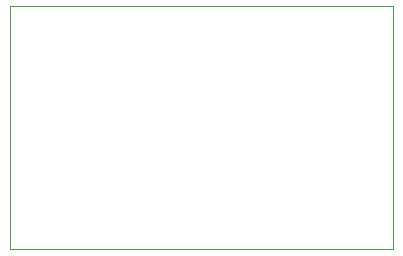
<source format=gbr>
%TF.GenerationSoftware,KiCad,Pcbnew,7.0.5*%
%TF.CreationDate,2023-08-22T20:16:44+01:00*%
%TF.ProjectId,AMS1117-Adjustable-Breakout,414d5331-3131-4372-9d41-646a75737461,V1*%
%TF.SameCoordinates,Original*%
%TF.FileFunction,Profile,NP*%
%FSLAX46Y46*%
G04 Gerber Fmt 4.6, Leading zero omitted, Abs format (unit mm)*
G04 Created by KiCad (PCBNEW 7.0.5) date 2023-08-22 20:16:44*
%MOMM*%
%LPD*%
G01*
G04 APERTURE LIST*
%TA.AperFunction,Profile*%
%ADD10C,0.100000*%
%TD*%
G04 APERTURE END LIST*
D10*
X107315000Y-44450000D02*
X107315000Y-65024000D01*
X74930000Y-65024000D02*
X74930000Y-44450000D01*
X107315000Y-65024000D02*
X74930000Y-65024000D01*
X74930000Y-44450000D02*
X107315000Y-44450000D01*
M02*

</source>
